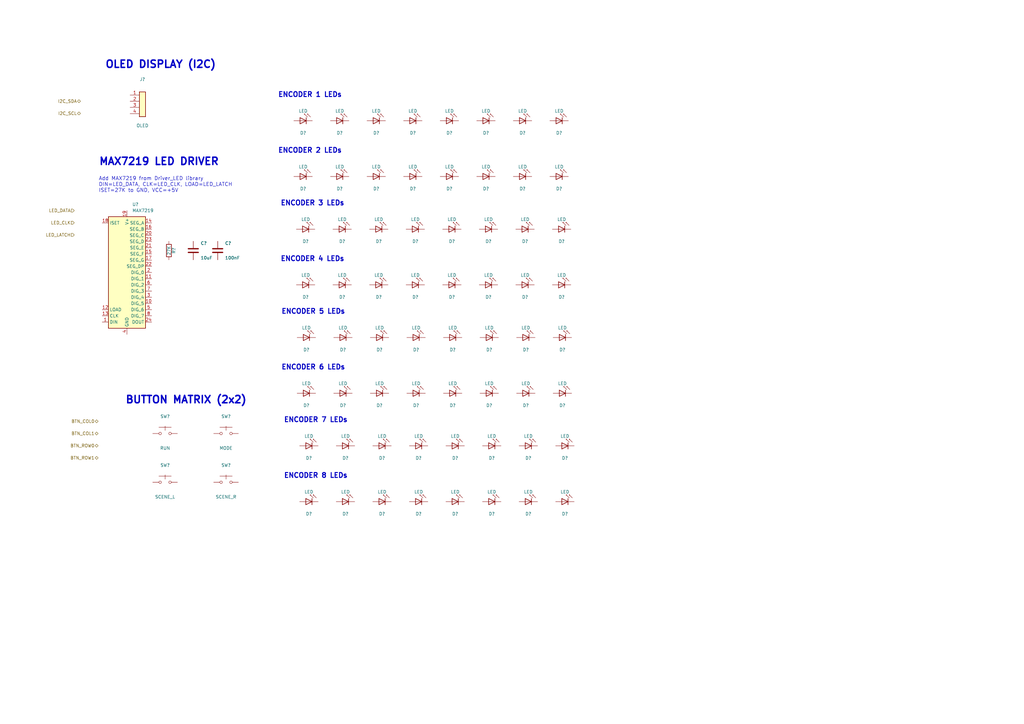
<source format=kicad_sch>
(kicad_sch (version 20250114) (generator "eeschema") (generator_version "9.0")
  (paper "A3")
  (title_block (title "SENGBARD - UI Components") (date "2025-01-26") (rev "0.2") (comment 1 "OLED Display, MAX7219 LED Driver, Button Matrix") (comment 2 "64x Encoder Ring LEDs, 4x Buttons"))
  (lib_symbols
    (symbol "Connector_Generic:Conn_01x04" (pin_names (offset 1.016) (hide yes))
      (property "Reference" "J" (at 0 5.08 0))
      (property "Value" "Conn_01x04" (at 0 -7.62 0))
      (symbol "Conn_01x04_1_1"
        (rectangle (start -1.27 3.81) (end 1.27 -6.35) (stroke (width 0.254)) (fill (type background)))
        (pin passive line (at -5.08 2.54 0) (length 3.81) (name "Pin_1") (number "1"))
        (pin passive line (at -5.08 0 0) (length 3.81) (name "Pin_2") (number "2"))
        (pin passive line (at -5.08 -2.54 0) (length 3.81) (name "Pin_3") (number "3"))
        (pin passive line (at -5.08 -5.08 0) (length 3.81) (name "Pin_4") (number "4"))
      )
    )
    (symbol "Device:C" (pin_numbers (hide yes)) (pin_names (offset 0.254))
      (property "Reference" "C" (at 0.635 2.54 0))
      (property "Value" "C" (at 0.635 -2.54 0))
      (symbol "C_0_1"
        (polyline (pts (xy -2.032 0.762) (xy 2.032 0.762)) (stroke (width 0.508)))
        (polyline (pts (xy -2.032 -0.762) (xy 2.032 -0.762)) (stroke (width 0.508)))
      )
      (symbol "C_1_1"
        (pin passive line (at 0 3.81 270) (length 2.794) (name "~") (number "1"))
        (pin passive line (at 0 -3.81 90) (length 2.794) (name "~") (number "2"))
      )
    )
    (symbol "Device:LED" (pin_numbers (hide yes)) (pin_names (offset 1.016) (hide yes))
      (property "Reference" "D" (at 0 4.064 0))
      (property "Value" "LED" (at 0 -3.556 0))
      (symbol "LED_0_1"
        (polyline (pts (xy -3.048 -1.524) (xy -1.778 -2.794)))
        (polyline (pts (xy -2.032 -2.794) (xy -1.778 -2.794) (xy -1.778 -2.54)))
        (polyline (pts (xy -1.778 -1.524) (xy -0.508 -2.794)))
        (polyline (pts (xy -1.27 0) (xy 1.27 0)))
        (polyline (pts (xy -1.27 -1.27) (xy -1.27 1.27)) (stroke (width 0.254)))
        (polyline (pts (xy -0.762 -2.794) (xy -0.508 -2.794) (xy -0.508 -2.54)))
        (polyline (pts (xy 1.27 -1.27) (xy 1.27 1.27) (xy -1.27 0) (xy 1.27 -1.27)) (stroke (width 0.254)))
      )
      (symbol "LED_1_1"
        (pin passive line (at -3.81 0 0) (length 2.54) (name "K") (number "1"))
        (pin passive line (at 3.81 0 180) (length 2.54) (name "A") (number "2"))
      )
    )
    (symbol "Device:R" (pin_numbers (hide yes)) (pin_names (offset 0))
      (property "Reference" "R" (at 2.032 0 90))
      (property "Value" "R" (at 0 0 90))
      (symbol "R_0_1"
        (rectangle (start -1.016 -2.54) (end 1.016 2.54) (stroke (width 0.254)))
      )
      (symbol "R_1_1"
        (pin passive line (at 0 3.81 270) (length 1.27) (name "~") (number "1"))
        (pin passive line (at 0 -3.81 90) (length 1.27) (name "~") (number "2"))
      )
    )
    (symbol "Driver_LED:MAX7219"
      (property "Reference" "U" (at -6.35 24.13 0))
      (property "Value" "MAX7219" (at 1.27 25.4 0))
      (symbol "MAX7219_0_1"
        (rectangle (start -7.62 22.86) (end 7.62 -22.86) (stroke (width 0.254)) (fill (type background)))
      )
      (symbol "MAX7219_1_1"
        (pin input line (at -10.16 20.32 0) (length 2.54) (name "ISET") (number "18"))
        (pin input line (at -10.16 -15.24 0) (length 2.54) (name "LOAD") (number "12"))
        (pin input line (at -10.16 -17.78 0) (length 2.54) (name "CLK") (number "13"))
        (pin input line (at -10.16 -20.32 0) (length 2.54) (name "DIN") (number "1"))
        (pin power_in line (at 0 25.4 270) (length 2.54) (name "V+") (number "19"))
        (pin power_in line (at 0 -25.4 90) (length 2.54) (name "GND") (number "4"))
        (pin passive line (at 0 -25.4 90) (length 2.54) (hide yes) (name "GND") (number "9"))
        (pin output line (at 10.16 20.32 180) (length 2.54) (name "SEG_A") (number "14"))
        (pin output line (at 10.16 17.78 180) (length 2.54) (name "SEG_B") (number "16"))
        (pin output line (at 10.16 15.24 180) (length 2.54) (name "SEG_C") (number "20"))
        (pin output line (at 10.16 12.7 180) (length 2.54) (name "SEG_D") (number "23"))
        (pin output line (at 10.16 10.16 180) (length 2.54) (name "SEG_E") (number "21"))
        (pin output line (at 10.16 7.62 180) (length 2.54) (name "SEG_F") (number "15"))
        (pin output line (at 10.16 5.08 180) (length 2.54) (name "SEG_G") (number "17"))
        (pin output line (at 10.16 2.54 180) (length 2.54) (name "SEG_DP") (number "22"))
        (pin output line (at 10.16 0 180) (length 2.54) (name "DIG_0") (number "2"))
        (pin output line (at 10.16 -2.54 180) (length 2.54) (name "DIG_1") (number "11"))
        (pin output line (at 10.16 -5.08 180) (length 2.54) (name "DIG_2") (number "6"))
        (pin output line (at 10.16 -7.62 180) (length 2.54) (name "DIG_3") (number "7"))
        (pin output line (at 10.16 -10.16 180) (length 2.54) (name "DIG_4") (number "3"))
        (pin output line (at 10.16 -12.7 180) (length 2.54) (name "DIG_5") (number "10"))
        (pin output line (at 10.16 -15.24 180) (length 2.54) (name "DIG_6") (number "5"))
        (pin output line (at 10.16 -17.78 180) (length 2.54) (name "DIG_7") (number "8"))
        (pin output line (at 10.16 -20.32 180) (length 2.54) (name "DOUT") (number "24"))
      )
    )
    (symbol "Switch:SW_Push" (pin_numbers (hide yes)) (pin_names (offset 1.016) (hide yes))
      (property "Reference" "SW" (at 1.27 6.35 0))
      (property "Value" "SW_Push" (at 0 -1.524 0))
      (symbol "SW_Push_0_1"
        (polyline (pts (xy -2.54 2.54) (xy 2.54 2.54)))
        (circle (center -2.032 0) (radius 0.508))
        (polyline (pts (xy 0 1.27) (xy 0 3.048)))
        (circle (center 2.032 0) (radius 0.508))
      )
      (symbol "SW_Push_1_1"
        (pin passive line (at -5.08 0 0) (length 2.54) (name "1") (number "1"))
        (pin passive line (at 5.08 0 180) (length 2.54) (name "2") (number "2"))
      )
    )
  )
  (text "ENCODER 5 LEDs" (at 115.32 127.84 0) (effects (font (size 2 2) (bold yes)) (justify left)))
  (text "ENCODER 3 LEDs" (at 115.01 83.39 0) (effects (font (size 2 2) (bold yes)) (justify left)))
  (text "ENCODER 6 LEDs" (at 115.32 150.7 0) (effects (font (size 2 2) (bold yes)) (justify left)))
  (text "ENCODER 7 LEDs" (at 116.35 172.29 0) (effects (font (size 2 2) (bold yes)) (justify left)))
  (text "ENCODER 2 LEDs" (at 113.98 61.8 0) (effects (font (size 2 2) (bold yes)) (justify left)))
  (text "OLED DISPLAY (I2C)" (at 43.02 26.52 0) (effects (font (size 3 3) (bold yes)) (justify left)))
  (text "MAX7219 LED DRIVER" (at 40.48 66.36 0) (effects (font (size 3 3) (bold yes)) (justify left)))
  (text "ENCODER 1 LEDs" (at 113.98 38.94 0) (effects (font (size 2 2) (bold yes)) (justify left)))
  (text "BUTTON MATRIX (2x2)" (at 51.308 164.084 0) (effects (font (size 3 3) (bold yes)) (justify left)))
  (text "ENCODER 8 LEDs" (at 116.35 195.15 0) (effects (font (size 2 2) (bold yes)) (justify left)))
  (text "Add MAX7219 from Driver_LED library\nDIN=LED_DATA, CLK=LED_CLK, LOAD=LED_LATCH\nISET=27K to GND, VCC=+5V" (at 40.48 75.77 0) (effects (font (size 1.5 1.5)) (justify left)))
  (text "ENCODER 4 LEDs" (at 115.01 106.25 0) (effects (font (size 2 2) (bold yes)) (justify left)))
  (hierarchical_label "I2C_SDA" (shape bidirectional) (at 33.02 41.52 180))
  (hierarchical_label "I2C_SCL" (shape bidirectional) (at 33.02 46.52 180))
  (hierarchical_label "LED_DATA" (shape input) (at 30.48 86.36 180))
  (hierarchical_label "LED_CLK" (shape input) (at 30.48 91.36 180))
  (hierarchical_label "LED_LATCH" (shape input) (at 30.48 96.36 180))
  (hierarchical_label "BTN_COL0" (shape bidirectional) (at 40.26 172.8 180))
  (hierarchical_label "BTN_COL1" (shape bidirectional) (at 40.26 177.8 180))
  (hierarchical_label "BTN_ROW0" (shape bidirectional) (at 40.26 182.8 180))
  (hierarchical_label "BTN_ROW1" (shape bidirectional) (at 40.26 187.8 180))
  (symbol (lib_id "Device:LED") (at 185.66 161.29 180) (unit 1)
    (property "Reference" "D?" (at 185.66 166.29 0))
    (property "Value" "LED" (at 185.66 157.29 0))
  )
  (symbol (lib_id "Device:LED") (at 140.35 116.84 180) (unit 1)
    (property "Reference" "D?" (at 140.35 121.84 0))
    (property "Value" "LED" (at 140.35 112.84 0))
  )
  (symbol (lib_id "Device:LED") (at 171.69 182.88 180) (unit 1)
    (property "Reference" "D?" (at 171.69 187.88 0))
    (property "Value" "LED" (at 171.69 178.88 0))
  )
  (symbol (lib_id "Device:LED") (at 215.35 116.84 180) (unit 1)
    (property "Reference" "D?" (at 215.35 121.84 0))
    (property "Value" "LED" (at 215.35 112.84 0))
  )
  (symbol (lib_id "Device:LED") (at 169.32 72.39 180) (unit 1)
    (property "Reference" "D?" (at 169.32 77.39 0))
    (property "Value" "LED" (at 169.32 68.39 0))
  )
  (symbol (lib_id "Device:LED") (at 185.35 93.98 180) (unit 1)
    (property "Reference" "D?" (at 185.35 98.98 0))
    (property "Value" "LED" (at 185.35 89.98 0))
  )
  (symbol (lib_id "Device:LED") (at 200.35 116.84 180) (unit 1)
    (property "Reference" "D?" (at 200.35 121.84 0))
    (property "Value" "LED" (at 200.35 112.84 0))
  )
  (symbol (lib_id "Device:LED") (at 216.69 182.88 180) (unit 1)
    (property "Reference" "D?" (at 216.69 187.88 0))
    (property "Value" "LED" (at 216.69 178.88 0))
  )
  (symbol (lib_id "Device:LED") (at 125.35 93.98 180) (unit 1)
    (property "Reference" "D?" (at 125.35 98.98 0))
    (property "Value" "LED" (at 125.35 89.98 0))
  )
  (symbol (lib_id "Device:LED") (at 214.32 72.39 180) (unit 1)
    (property "Reference" "D?" (at 214.32 77.39 0))
    (property "Value" "LED" (at 214.32 68.39 0))
  )
  (symbol (lib_id "Device:LED") (at 215.66 138.43 180) (unit 1)
    (property "Reference" "D?" (at 215.66 143.43 0))
    (property "Value" "LED" (at 215.66 134.43 0))
  )
  (symbol (lib_id "Driver_LED:MAX7219") (at 52.07 111.76 0) (unit 1)
    (property "Reference" "U?" (at 54.2133 83.82 0) (effects (justify left)))
    (property "Value" "MAX7219" (at 54.2133 86.36 0) (effects (justify left)))
    (property "Datasheet" "https://datasheets.maximintegrated.com/en/ds/MAX7219-MAX7221.pdf" (effects (hide yes)))
    (property "Description" "8-Digit LED Display Driver" (effects (hide yes)))
  )
  (symbol (lib_id "Device:LED") (at 216.69 205.74 180) (unit 1)
    (property "Reference" "D?" (at 216.69 210.74 0))
    (property "Value" "LED" (at 216.69 201.74 0))
  )
  (symbol (lib_id "Device:LED") (at 141.69 182.88 180) (unit 1)
    (property "Reference" "D?" (at 141.69 187.88 0))
    (property "Value" "LED" (at 141.69 178.88 0))
  )
  (symbol (lib_id "Device:LED") (at 155.66 161.29 180) (unit 1)
    (property "Reference" "D?" (at 155.66 166.29 0))
    (property "Value" "LED" (at 155.66 157.29 0))
  )
  (symbol (lib_id "Device:LED") (at 201.69 182.88 180) (unit 1)
    (property "Reference" "D?" (at 201.69 187.88 0))
    (property "Value" "LED" (at 201.69 178.88 0))
  )
  (symbol (lib_id "Device:LED") (at 230.35 93.98 180) (unit 1)
    (property "Reference" "D?" (at 230.35 98.98 0))
    (property "Value" "LED" (at 230.35 89.98 0))
  )
  (symbol (lib_id "Device:LED") (at 155.35 116.84 180) (unit 1)
    (property "Reference" "D?" (at 155.35 121.84 0))
    (property "Value" "LED" (at 155.35 112.84 0))
  )
  (symbol (lib_id "Device:LED") (at 170.35 116.84 180) (unit 1)
    (property "Reference" "D?" (at 170.35 121.84 0))
    (property "Value" "LED" (at 170.35 112.84 0))
  )
  (symbol (lib_id "Device:LED") (at 170.66 161.29 180) (unit 1)
    (property "Reference" "D?" (at 170.66 166.29 0))
    (property "Value" "LED" (at 170.66 157.29 0))
  )
  (symbol (lib_id "Device:LED") (at 156.69 182.88 180) (unit 1)
    (property "Reference" "D?" (at 156.69 187.88 0))
    (property "Value" "LED" (at 156.69 178.88 0))
  )
  (symbol (lib_id "Device:LED") (at 215.66 161.29 180) (unit 1)
    (property "Reference" "D?" (at 215.66 166.29 0))
    (property "Value" "LED" (at 215.66 157.29 0))
  )
  (symbol (lib_id "Device:LED") (at 155.35 93.98 180) (unit 1)
    (property "Reference" "D?" (at 155.35 98.98 0))
    (property "Value" "LED" (at 155.35 89.98 0))
  )
  (symbol (lib_id "Device:LED") (at 156.69 205.74 180) (unit 1)
    (property "Reference" "D?" (at 156.69 210.74 0))
    (property "Value" "LED" (at 156.69 201.74 0))
  )
  (symbol (lib_id "Device:LED") (at 126.69 205.74 180) (unit 1)
    (property "Reference" "D?" (at 126.69 210.74 0))
    (property "Value" "LED" (at 126.69 201.74 0))
  )
  (symbol (lib_id "Device:LED") (at 155.66 138.43 180) (unit 1)
    (property "Reference" "D?" (at 155.66 143.43 0))
    (property "Value" "LED" (at 155.66 134.43 0))
  )
  (symbol (lib_id "Device:LED") (at 170.35 93.98 180) (unit 1)
    (property "Reference" "D?" (at 170.35 98.98 0))
    (property "Value" "LED" (at 170.35 89.98 0))
  )
  (symbol (lib_id "Device:LED") (at 231.69 205.74 180) (unit 1)
    (property "Reference" "D?" (at 231.69 210.74 0))
    (property "Value" "LED" (at 231.69 201.74 0))
  )
  (symbol (lib_id "Device:LED") (at 229.32 72.39 180) (unit 1)
    (property "Reference" "D?" (at 229.32 77.39 0))
    (property "Value" "LED" (at 229.32 68.39 0))
  )
  (symbol (lib_id "Device:LED") (at 154.32 72.39 180) (unit 1)
    (property "Reference" "D?" (at 154.32 77.39 0))
    (property "Value" "LED" (at 154.32 68.39 0))
  )
  (symbol (lib_id "Device:LED") (at 125.66 138.43 180) (unit 1)
    (property "Reference" "D?" (at 125.66 143.43 0))
    (property "Value" "LED" (at 125.66 134.43 0))
  )
  (symbol (lib_id "Device:LED") (at 201.69 205.74 180) (unit 1)
    (property "Reference" "D?" (at 201.69 210.74 0))
    (property "Value" "LED" (at 201.69 201.74 0))
  )
  (symbol (lib_id "Device:LED") (at 215.35 93.98 180) (unit 1)
    (property "Reference" "D?" (at 215.35 98.98 0))
    (property "Value" "LED" (at 215.35 89.98 0))
  )
  (symbol (lib_id "Device:LED") (at 186.69 205.74 180) (unit 1)
    (property "Reference" "D?" (at 186.69 210.74 0))
    (property "Value" "LED" (at 186.69 201.74 0))
  )
  (symbol (lib_id "Device:LED") (at 140.66 161.29 180) (unit 1)
    (property "Reference" "D?" (at 140.66 166.29 0))
    (property "Value" "LED" (at 140.66 157.29 0))
  )
  (symbol (lib_id "Device:LED") (at 125.66 161.29 180) (unit 1)
    (property "Reference" "D?" (at 125.66 166.29 0))
    (property "Value" "LED" (at 125.66 157.29 0))
  )
  (symbol (lib_id "Device:LED") (at 141.69 205.74 180) (unit 1)
    (property "Reference" "D?" (at 141.69 210.74 0))
    (property "Value" "LED" (at 141.69 201.74 0))
  )
  (symbol (lib_id "Device:LED") (at 200.66 138.43 180) (unit 1)
    (property "Reference" "D?" (at 200.66 143.43 0))
    (property "Value" "LED" (at 200.66 134.43 0))
  )
  (symbol (lib_id "Device:LED") (at 125.35 116.84 180) (unit 1)
    (property "Reference" "D?" (at 125.35 121.84 0))
    (property "Value" "LED" (at 125.35 112.84 0))
  )
  (symbol (lib_id "Device:LED") (at 171.69 205.74 180) (unit 1)
    (property "Reference" "D?" (at 171.69 210.74 0))
    (property "Value" "LED" (at 171.69 201.74 0))
  )
  (symbol (lib_id "Device:LED") (at 140.35 93.98 180) (unit 1)
    (property "Reference" "D?" (at 140.35 98.98 0))
    (property "Value" "LED" (at 140.35 89.98 0))
  )
  (symbol (lib_id "Device:LED") (at 140.66 138.43 180) (unit 1)
    (property "Reference" "D?" (at 140.66 143.43 0))
    (property "Value" "LED" (at 140.66 134.43 0))
  )
  (symbol (lib_id "Device:LED") (at 200.35 93.98 180) (unit 1)
    (property "Reference" "D?" (at 200.35 98.98 0))
    (property "Value" "LED" (at 200.35 89.98 0))
  )
  (symbol (lib_id "Device:LED") (at 126.69 182.88 180) (unit 1)
    (property "Reference" "D?" (at 126.69 187.88 0))
    (property "Value" "LED" (at 126.69 178.88 0))
  )
  (symbol (lib_id "Connector_Generic:Conn_01x04") (at 58.42 41.52 0) (unit 1)
    (property "Reference" "J?" (at 58.42 32.52 0))
    (property "Value" "OLED" (at 58.42 51.52 0))
  )
  (symbol (lib_id "Device:R") (at 69.28 102.77 0) (unit 1)
    (property "Reference" "R?" (at 71.28 102.77 90))
    (property "Value" "27K" (at 69.28 102.77 90))
  )
  (symbol (lib_id "Device:C") (at 79.28 102.77 0) (unit 1)
    (property "Reference" "C?" (at 82.28 99.77 0) (effects (justify left)))
    (property "Value" "10uF" (at 82.28 105.77 0) (effects (justify left)))
  )
  (symbol (lib_id "Device:C") (at 89.28 102.77 0) (unit 1)
    (property "Reference" "C?" (at 92.28 99.77 0) (effects (justify left)))
    (property "Value" "100nF" (at 92.28 105.77 0) (effects (justify left)))
  )
  (symbol (lib_id "Device:LED") (at 229.32 49.53 180) (unit 1)
    (property "Reference" "D?" (at 229.32 54.53 0))
    (property "Value" "LED" (at 229.32 45.53 0))
  )
  (symbol (lib_id "Device:LED") (at 214.32 49.53 180) (unit 1)
    (property "Reference" "D?" (at 214.32 54.53 0))
    (property "Value" "LED" (at 214.32 45.53 0))
  )
  (symbol (lib_id "Device:LED") (at 199.32 49.53 180) (unit 1)
    (property "Reference" "D?" (at 199.32 54.53 0))
    (property "Value" "LED" (at 199.32 45.53 0))
  )
  (symbol (lib_id "Device:LED") (at 184.32 49.53 180) (unit 1)
    (property "Reference" "D?" (at 184.32 54.53 0))
    (property "Value" "LED" (at 184.32 45.53 0))
  )
  (symbol (lib_id "Device:LED") (at 169.32 49.53 180) (unit 1)
    (property "Reference" "D?" (at 169.32 54.53 0))
    (property "Value" "LED" (at 169.32 45.53 0))
  )
  (symbol (lib_id "Device:LED") (at 154.32 49.53 180) (unit 1)
    (property "Reference" "D?" (at 154.32 54.53 0))
    (property "Value" "LED" (at 154.32 45.53 0))
  )
  (symbol (lib_id "Device:LED") (at 139.32 49.53 180) (unit 1)
    (property "Reference" "D?" (at 139.32 54.53 0))
    (property "Value" "LED" (at 139.32 45.53 0))
  )
  (symbol (lib_id "Device:LED") (at 124.32 49.53 180) (unit 1)
    (property "Reference" "D?" (at 124.32 54.53 0))
    (property "Value" "LED" (at 124.32 45.53 0))
  )
  (symbol (lib_id "Switch:SW_Push") (at 67.71 177.8 0) (unit 1)
    (property "Reference" "SW?" (at 67.71 170.8 0))
    (property "Value" "RUN" (at 67.71 183.8 0))
  )
  (symbol (lib_id "Switch:SW_Push") (at 92.71 177.8 0) (unit 1)
    (property "Reference" "SW?" (at 92.71 170.8 0))
    (property "Value" "MODE" (at 92.71 183.8 0))
  )
  (symbol (lib_id "Switch:SW_Push") (at 67.71 197.8 0) (unit 1)
    (property "Reference" "SW?" (at 67.71 190.8 0))
    (property "Value" "SCENE_L" (at 67.71 203.8 0))
  )
  (symbol (lib_id "Switch:SW_Push") (at 92.71 197.8 0) (unit 1)
    (property "Reference" "SW?" (at 92.71 190.8 0))
    (property "Value" "SCENE_R" (at 92.71 203.8 0))
  )
  (symbol (lib_id "Device:LED") (at 230.35 116.84 180) (unit 1)
    (property "Reference" "D?" (at 230.35 121.84 0))
    (property "Value" "LED" (at 230.35 112.84 0))
  )
  (symbol (lib_id "Device:LED") (at 124.32 72.39 180) (unit 1)
    (property "Reference" "D?" (at 124.32 77.39 0))
    (property "Value" "LED" (at 124.32 68.39 0))
  )
  (symbol (lib_id "Device:LED") (at 200.66 161.29 180) (unit 1)
    (property "Reference" "D?" (at 200.66 166.29 0))
    (property "Value" "LED" (at 200.66 157.29 0))
  )
  (symbol (lib_id "Device:LED") (at 230.66 161.29 180) (unit 1)
    (property "Reference" "D?" (at 230.66 166.29 0))
    (property "Value" "LED" (at 230.66 157.29 0))
  )
  (symbol (lib_id "Device:LED") (at 231.69 182.88 180) (unit 1)
    (property "Reference" "D?" (at 231.69 187.88 0))
    (property "Value" "LED" (at 231.69 178.88 0))
  )
  (symbol (lib_id "Device:LED") (at 199.32 72.39 180) (unit 1)
    (property "Reference" "D?" (at 199.32 77.39 0))
    (property "Value" "LED" (at 199.32 68.39 0))
  )
  (symbol (lib_id "Device:LED") (at 170.66 138.43 180) (unit 1)
    (property "Reference" "D?" (at 170.66 143.43 0))
    (property "Value" "LED" (at 170.66 134.43 0))
  )
  (symbol (lib_id "Device:LED") (at 186.69 182.88 180) (unit 1)
    (property "Reference" "D?" (at 186.69 187.88 0))
    (property "Value" "LED" (at 186.69 178.88 0))
  )
  (symbol (lib_id "Device:LED") (at 184.32 72.39 180) (unit 1)
    (property "Reference" "D?" (at 184.32 77.39 0))
    (property "Value" "LED" (at 184.32 68.39 0))
  )
  (symbol (lib_id "Device:LED") (at 185.66 138.43 180) (unit 1)
    (property "Reference" "D?" (at 185.66 143.43 0))
    (property "Value" "LED" (at 185.66 134.43 0))
  )
  (symbol (lib_id "Device:LED") (at 185.35 116.84 180) (unit 1)
    (property "Reference" "D?" (at 185.35 121.84 0))
    (property "Value" "LED" (at 185.35 112.84 0))
  )
  (symbol (lib_id "Device:LED") (at 230.66 138.43 180) (unit 1)
    (property "Reference" "D?" (at 230.66 143.43 0))
    (property "Value" "LED" (at 230.66 134.43 0))
  )
  (symbol (lib_id "Device:LED") (at 139.32 72.39 180) (unit 1)
    (property "Reference" "D?" (at 139.32 77.39 0))
    (property "Value" "LED" (at 139.32 68.39 0))
  )
)
</source>
